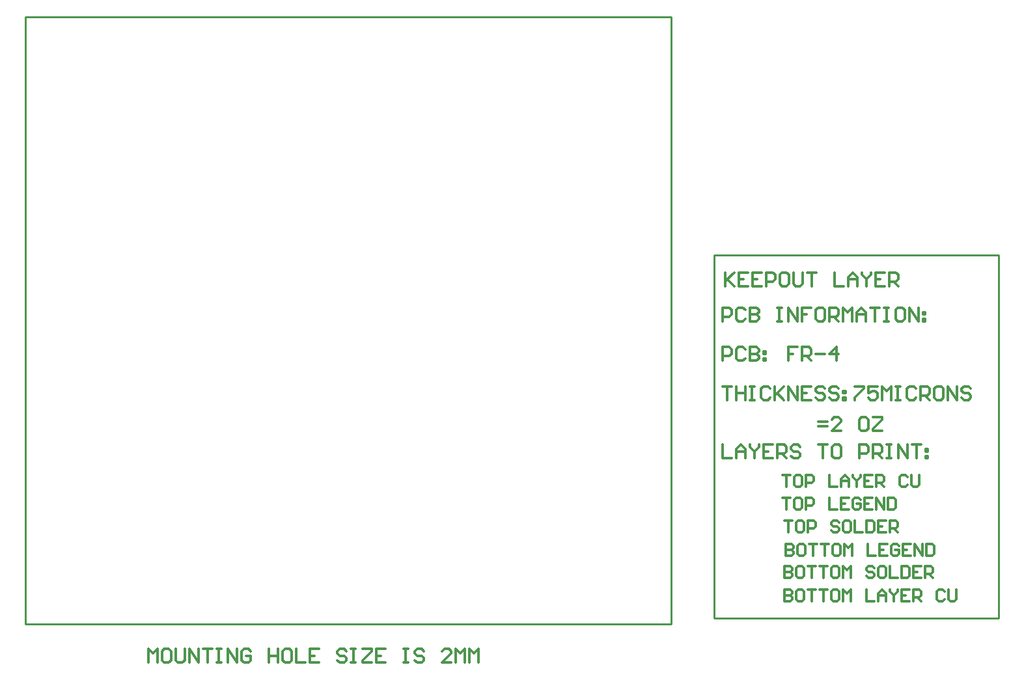
<source format=gko>
%FSLAX25Y25*%
%MOIN*%
G70*
G01*
G75*
G04 Layer_Color=16711935*
%ADD10C,0.04000*%
%ADD11C,0.00800*%
%ADD12C,0.01200*%
%ADD13C,0.09000*%
%ADD14R,0.07500X0.09000*%
%ADD15O,0.06000X0.07500*%
%ADD16O,0.07500X0.09000*%
%ADD17C,0.19685*%
%ADD18C,0.11811*%
%ADD19O,0.12000X0.13000*%
%ADD20C,0.07500*%
%ADD21R,0.07500X0.07500*%
%ADD22R,0.12000X0.13000*%
%ADD23O,0.09000X0.07500*%
%ADD24O,0.09000X0.06000*%
%ADD25R,0.09000X0.07500*%
%ADD26C,0.10000*%
%ADD27C,0.03600*%
%ADD28C,0.03000*%
%ADD29C,0.01600*%
%ADD30R,0.27559X0.35433*%
%ADD31R,0.19685X0.35433*%
%ADD32C,0.01000*%
%ADD33C,0.00400*%
%ADD34C,0.01400*%
%ADD35C,0.02000*%
%ADD36C,0.09800*%
%ADD37R,0.08300X0.09800*%
%ADD38O,0.06800X0.08300*%
%ADD39O,0.08300X0.09800*%
%ADD40C,0.20485*%
%ADD41C,0.12611*%
%ADD42O,0.12800X0.13800*%
%ADD43C,0.08300*%
%ADD44R,0.08300X0.08300*%
%ADD45R,0.12800X0.13800*%
%ADD46O,0.09800X0.08300*%
%ADD47O,0.09800X0.06800*%
%ADD48R,0.09800X0.08300*%
%ADD49C,0.10800*%
%ADD50C,0.00787*%
%ADD51R,0.07874X0.03937*%
D12*
X773622Y450486D02*
X777621D01*
X775621D01*
Y444488D01*
X782619Y450486D02*
X780620D01*
X779620Y449487D01*
Y445488D01*
X780620Y444488D01*
X782619D01*
X783619Y445488D01*
Y449487D01*
X782619Y450486D01*
X785618Y444488D02*
Y450486D01*
X788617D01*
X789617Y449487D01*
Y447487D01*
X788617Y446488D01*
X785618D01*
X797614Y450486D02*
Y444488D01*
X801613D01*
X807611Y450486D02*
X803612D01*
Y444488D01*
X807611D01*
X803612Y447487D02*
X805612D01*
X813609Y449487D02*
X812609Y450486D01*
X810610D01*
X809610Y449487D01*
Y445488D01*
X810610Y444488D01*
X812609D01*
X813609Y445488D01*
Y447487D01*
X811610D01*
X819607Y450486D02*
X815609D01*
Y444488D01*
X819607D01*
X815609Y447487D02*
X817608D01*
X821607Y444488D02*
Y450486D01*
X825605Y444488D01*
Y450486D01*
X827605D02*
Y444488D01*
X830604D01*
X831603Y445488D01*
Y449487D01*
X830604Y450486D01*
X827605D01*
X774409Y415447D02*
Y409449D01*
X777409D01*
X778408Y410449D01*
Y411448D01*
X777409Y412448D01*
X774409D01*
X777409D01*
X778408Y413448D01*
Y414447D01*
X777409Y415447D01*
X774409D01*
X783406D02*
X781407D01*
X780407Y414447D01*
Y410449D01*
X781407Y409449D01*
X783406D01*
X784406Y410449D01*
Y414447D01*
X783406Y415447D01*
X786406D02*
X790404D01*
X788405D01*
Y409449D01*
X792404Y415447D02*
X796402D01*
X794403D01*
Y409449D01*
X801401Y415447D02*
X799401D01*
X798402Y414447D01*
Y410449D01*
X799401Y409449D01*
X801401D01*
X802400Y410449D01*
Y414447D01*
X801401Y415447D01*
X804400Y409449D02*
Y415447D01*
X806399Y413448D01*
X808399Y415447D01*
Y409449D01*
X820395Y414447D02*
X819395Y415447D01*
X817396D01*
X816396Y414447D01*
Y413448D01*
X817396Y412448D01*
X819395D01*
X820395Y411448D01*
Y410449D01*
X819395Y409449D01*
X817396D01*
X816396Y410449D01*
X825393Y415447D02*
X823394D01*
X822394Y414447D01*
Y410449D01*
X823394Y409449D01*
X825393D01*
X826393Y410449D01*
Y414447D01*
X825393Y415447D01*
X828392D02*
Y409449D01*
X832391D01*
X834390Y415447D02*
Y409449D01*
X837389D01*
X838389Y410449D01*
Y414447D01*
X837389Y415447D01*
X834390D01*
X844387D02*
X840388D01*
Y409449D01*
X844387D01*
X840388Y412448D02*
X842387D01*
X846386Y409449D02*
Y415447D01*
X849385D01*
X850385Y414447D01*
Y412448D01*
X849385Y411448D01*
X846386D01*
X848386D02*
X850385Y409449D01*
X774409Y439069D02*
X778408D01*
X776409D01*
Y433071D01*
X783406Y439069D02*
X781407D01*
X780407Y438069D01*
Y434071D01*
X781407Y433071D01*
X783406D01*
X784406Y434071D01*
Y438069D01*
X783406Y439069D01*
X786406Y433071D02*
Y439069D01*
X789405D01*
X790404Y438069D01*
Y436070D01*
X789405Y435070D01*
X786406D01*
X802400Y438069D02*
X801401Y439069D01*
X799401D01*
X798402Y438069D01*
Y437070D01*
X799401Y436070D01*
X801401D01*
X802400Y435070D01*
Y434071D01*
X801401Y433071D01*
X799401D01*
X798402Y434071D01*
X807399Y439069D02*
X805399D01*
X804400Y438069D01*
Y434071D01*
X805399Y433071D01*
X807399D01*
X808399Y434071D01*
Y438069D01*
X807399Y439069D01*
X810398D02*
Y433071D01*
X814396D01*
X816396Y439069D02*
Y433071D01*
X819395D01*
X820395Y434071D01*
Y438069D01*
X819395Y439069D01*
X816396D01*
X826393D02*
X822394D01*
Y433071D01*
X826393D01*
X822394Y436070D02*
X824393D01*
X828392Y433071D02*
Y439069D01*
X831391D01*
X832391Y438069D01*
Y436070D01*
X831391Y435070D01*
X828392D01*
X830391D02*
X832391Y433071D01*
X773622Y462297D02*
X777621D01*
X775621D01*
Y456299D01*
X782619Y462297D02*
X780620D01*
X779620Y461298D01*
Y457299D01*
X780620Y456299D01*
X782619D01*
X783619Y457299D01*
Y461298D01*
X782619Y462297D01*
X785618Y456299D02*
Y462297D01*
X788617D01*
X789617Y461298D01*
Y459298D01*
X788617Y458299D01*
X785618D01*
X797614Y462297D02*
Y456299D01*
X801613D01*
X803612D02*
Y460298D01*
X805612Y462297D01*
X807611Y460298D01*
Y456299D01*
Y459298D01*
X803612D01*
X809610Y462297D02*
Y461298D01*
X811610Y459298D01*
X813609Y461298D01*
Y462297D01*
X811610Y459298D02*
Y456299D01*
X819607Y462297D02*
X815609D01*
Y456299D01*
X819607D01*
X815609Y459298D02*
X817608D01*
X821607Y456299D02*
Y462297D01*
X824606D01*
X825605Y461298D01*
Y459298D01*
X824606Y458299D01*
X821607D01*
X823606D02*
X825605Y456299D01*
X837601Y461298D02*
X836602Y462297D01*
X834602D01*
X833603Y461298D01*
Y457299D01*
X834602Y456299D01*
X836602D01*
X837601Y457299D01*
X839601Y462297D02*
Y457299D01*
X840600Y456299D01*
X842600D01*
X843599Y457299D01*
Y462297D01*
X775197Y426864D02*
Y420866D01*
X778196D01*
X779196Y421866D01*
Y422865D01*
X778196Y423865D01*
X775197D01*
X778196D01*
X779196Y424865D01*
Y425865D01*
X778196Y426864D01*
X775197D01*
X784194D02*
X782195D01*
X781195Y425865D01*
Y421866D01*
X782195Y420866D01*
X784194D01*
X785194Y421866D01*
Y425865D01*
X784194Y426864D01*
X787193D02*
X791192D01*
X789192D01*
Y420866D01*
X793191Y426864D02*
X797190D01*
X795190D01*
Y420866D01*
X802188Y426864D02*
X800189D01*
X799189Y425865D01*
Y421866D01*
X800189Y420866D01*
X802188D01*
X803188Y421866D01*
Y425865D01*
X802188Y426864D01*
X805187Y420866D02*
Y426864D01*
X807187Y424865D01*
X809186Y426864D01*
Y420866D01*
X817183Y426864D02*
Y420866D01*
X821182D01*
X827180Y426864D02*
X823181D01*
Y420866D01*
X827180D01*
X823181Y423865D02*
X825181D01*
X833178Y425865D02*
X832178Y426864D01*
X830179D01*
X829179Y425865D01*
Y421866D01*
X830179Y420866D01*
X832178D01*
X833178Y421866D01*
Y423865D01*
X831179D01*
X839176Y426864D02*
X835177D01*
Y420866D01*
X839176D01*
X835177Y423865D02*
X837177D01*
X841175Y420866D02*
Y426864D01*
X845174Y420866D01*
Y426864D01*
X847174D02*
Y420866D01*
X850173D01*
X851172Y421866D01*
Y425865D01*
X850173Y426864D01*
X847174D01*
X774500Y403711D02*
Y397713D01*
X777499D01*
X778499Y398712D01*
Y399712D01*
X777499Y400712D01*
X774500D01*
X777499D01*
X778499Y401711D01*
Y402711D01*
X777499Y403711D01*
X774500D01*
X783497D02*
X781498D01*
X780498Y402711D01*
Y398712D01*
X781498Y397713D01*
X783497D01*
X784497Y398712D01*
Y402711D01*
X783497Y403711D01*
X786496D02*
X790495D01*
X788495D01*
Y397713D01*
X792494Y403711D02*
X796493D01*
X794493D01*
Y397713D01*
X801491Y403711D02*
X799492D01*
X798492Y402711D01*
Y398712D01*
X799492Y397713D01*
X801491D01*
X802491Y398712D01*
Y402711D01*
X801491Y403711D01*
X804490Y397713D02*
Y403711D01*
X806490Y401711D01*
X808489Y403711D01*
Y397713D01*
X816486Y403711D02*
Y397713D01*
X820485D01*
X822484D02*
Y401711D01*
X824484Y403711D01*
X826483Y401711D01*
Y397713D01*
Y400712D01*
X822484D01*
X828483Y403711D02*
Y402711D01*
X830482Y400712D01*
X832481Y402711D01*
Y403711D01*
X830482Y400712D02*
Y397713D01*
X838479Y403711D02*
X834481D01*
Y397713D01*
X838479D01*
X834481Y400712D02*
X836480D01*
X840479Y397713D02*
Y403711D01*
X843478D01*
X844477Y402711D01*
Y400712D01*
X843478Y399712D01*
X840479D01*
X842478D02*
X844477Y397713D01*
X856474Y402711D02*
X855474Y403711D01*
X853475D01*
X852475Y402711D01*
Y398712D01*
X853475Y397713D01*
X855474D01*
X856474Y398712D01*
X858473Y403711D02*
Y398712D01*
X859472Y397713D01*
X861472D01*
X862472Y398712D01*
Y403711D01*
X742913Y477864D02*
Y470866D01*
X747578D01*
X749911D02*
Y475531D01*
X752244Y477864D01*
X754576Y475531D01*
Y470866D01*
Y474365D01*
X749911D01*
X756909Y477864D02*
Y476698D01*
X759241Y474365D01*
X761574Y476698D01*
Y477864D01*
X759241Y474365D02*
Y470866D01*
X768572Y477864D02*
X763907D01*
Y470866D01*
X768572D01*
X763907Y474365D02*
X766239D01*
X770904Y470866D02*
Y477864D01*
X774403D01*
X775569Y476698D01*
Y474365D01*
X774403Y473199D01*
X770904D01*
X773237D02*
X775569Y470866D01*
X782567Y476698D02*
X781401Y477864D01*
X779068D01*
X777902Y476698D01*
Y475531D01*
X779068Y474365D01*
X781401D01*
X782567Y473199D01*
Y472032D01*
X781401Y470866D01*
X779068D01*
X777902Y472032D01*
X791898Y477864D02*
X796563D01*
X794230D01*
Y470866D01*
X802394Y477864D02*
X800062D01*
X798895Y476698D01*
Y472032D01*
X800062Y470866D01*
X802394D01*
X803561Y472032D01*
Y476698D01*
X802394Y477864D01*
X812891Y470866D02*
Y477864D01*
X816390D01*
X817556Y476698D01*
Y474365D01*
X816390Y473199D01*
X812891D01*
X819888Y470866D02*
Y477864D01*
X823387D01*
X824554Y476698D01*
Y474365D01*
X823387Y473199D01*
X819888D01*
X822221D02*
X824554Y470866D01*
X826886Y477864D02*
X829219D01*
X828053D01*
Y470866D01*
X826886D01*
X829219D01*
X832718D02*
Y477864D01*
X837383Y470866D01*
Y477864D01*
X839715D02*
X844381D01*
X842048D01*
Y470866D01*
X846713Y475531D02*
X847880D01*
Y474365D01*
X846713D01*
Y475531D01*
Y472032D02*
X847880D01*
Y470866D01*
X846713D01*
Y472032D01*
X742824Y520773D02*
Y527770D01*
X746323D01*
X747490Y526604D01*
Y524271D01*
X746323Y523105D01*
X742824D01*
X754487Y526604D02*
X753321Y527770D01*
X750988D01*
X749822Y526604D01*
Y521939D01*
X750988Y520773D01*
X753321D01*
X754487Y521939D01*
X756820Y527770D02*
Y520773D01*
X760319D01*
X761485Y521939D01*
Y523105D01*
X760319Y524271D01*
X756820D01*
X760319D01*
X761485Y525438D01*
Y526604D01*
X760319Y527770D01*
X756820D01*
X763818Y525438D02*
X764984D01*
Y524271D01*
X763818D01*
Y525438D01*
Y521939D02*
X764984D01*
Y520773D01*
X763818D01*
Y521939D01*
X781312Y527770D02*
X776647D01*
Y524271D01*
X778979D01*
X776647D01*
Y520773D01*
X783645D02*
Y527770D01*
X787143D01*
X788310Y526604D01*
Y524271D01*
X787143Y523105D01*
X783645D01*
X785977D02*
X788310Y520773D01*
X790642Y524271D02*
X795307D01*
X801139Y520773D02*
Y527770D01*
X797640Y524271D01*
X802305D01*
X742824Y507583D02*
X747490D01*
X745157D01*
Y500585D01*
X749822Y507583D02*
Y500585D01*
Y504084D01*
X754487D01*
Y507583D01*
Y500585D01*
X756820Y507583D02*
X759153D01*
X757986D01*
Y500585D01*
X756820D01*
X759153D01*
X767316Y506417D02*
X766150Y507583D01*
X763818D01*
X762651Y506417D01*
Y501751D01*
X763818Y500585D01*
X766150D01*
X767316Y501751D01*
X769649Y507583D02*
Y500585D01*
Y502918D01*
X774314Y507583D01*
X770815Y504084D01*
X774314Y500585D01*
X776647D02*
Y507583D01*
X781312Y500585D01*
Y507583D01*
X788310D02*
X783645D01*
Y500585D01*
X788310D01*
X783645Y504084D02*
X785977D01*
X795307Y506417D02*
X794141Y507583D01*
X791809D01*
X790642Y506417D01*
Y505250D01*
X791809Y504084D01*
X794141D01*
X795307Y502918D01*
Y501751D01*
X794141Y500585D01*
X791809D01*
X790642Y501751D01*
X802305Y506417D02*
X801139Y507583D01*
X798806D01*
X797640Y506417D01*
Y505250D01*
X798806Y504084D01*
X801139D01*
X802305Y502918D01*
Y501751D01*
X801139Y500585D01*
X798806D01*
X797640Y501751D01*
X804638Y505250D02*
X805804D01*
Y504084D01*
X804638D01*
Y505250D01*
Y501751D02*
X805804D01*
Y500585D01*
X804638D01*
Y501751D01*
X810469Y507583D02*
X815134D01*
Y506417D01*
X810469Y501751D01*
Y500585D01*
X822132Y507583D02*
X817467D01*
Y504084D01*
X819800Y505250D01*
X820966D01*
X822132Y504084D01*
Y501751D01*
X820966Y500585D01*
X818633D01*
X817467Y501751D01*
X824465Y500585D02*
Y507583D01*
X826797Y505250D01*
X829130Y507583D01*
Y500585D01*
X831462Y507583D02*
X833795D01*
X832629D01*
Y500585D01*
X831462D01*
X833795D01*
X841959Y506417D02*
X840793Y507583D01*
X838460D01*
X837294Y506417D01*
Y501751D01*
X838460Y500585D01*
X840793D01*
X841959Y501751D01*
X844292Y500585D02*
Y507583D01*
X847791D01*
X848957Y506417D01*
Y504084D01*
X847791Y502918D01*
X844292D01*
X846624D02*
X848957Y500585D01*
X854788Y507583D02*
X852456D01*
X851289Y506417D01*
Y501751D01*
X852456Y500585D01*
X854788D01*
X855954Y501751D01*
Y506417D01*
X854788Y507583D01*
X858287Y500585D02*
Y507583D01*
X862952Y500585D01*
Y507583D01*
X869950Y506417D02*
X868784Y507583D01*
X866451D01*
X865285Y506417D01*
Y505250D01*
X866451Y504084D01*
X868784D01*
X869950Y502918D01*
Y501751D01*
X868784Y500585D01*
X866451D01*
X865285Y501751D01*
X742824Y540960D02*
Y547958D01*
X746323D01*
X747490Y546792D01*
Y544459D01*
X746323Y543293D01*
X742824D01*
X754487Y546792D02*
X753321Y547958D01*
X750988D01*
X749822Y546792D01*
Y542126D01*
X750988Y540960D01*
X753321D01*
X754487Y542126D01*
X756820Y547958D02*
Y540960D01*
X760319D01*
X761485Y542126D01*
Y543293D01*
X760319Y544459D01*
X756820D01*
X760319D01*
X761485Y545625D01*
Y546792D01*
X760319Y547958D01*
X756820D01*
X770815D02*
X773148D01*
X771982D01*
Y540960D01*
X770815D01*
X773148D01*
X776647D02*
Y547958D01*
X781312Y540960D01*
Y547958D01*
X788310D02*
X783645D01*
Y544459D01*
X785977D01*
X783645D01*
Y540960D01*
X794141Y547958D02*
X791809D01*
X790642Y546792D01*
Y542126D01*
X791809Y540960D01*
X794141D01*
X795307Y542126D01*
Y546792D01*
X794141Y547958D01*
X797640Y540960D02*
Y547958D01*
X801139D01*
X802305Y546792D01*
Y544459D01*
X801139Y543293D01*
X797640D01*
X799973D02*
X802305Y540960D01*
X804638D02*
Y547958D01*
X806970Y545625D01*
X809303Y547958D01*
Y540960D01*
X811635D02*
Y545625D01*
X813968Y547958D01*
X816301Y545625D01*
Y540960D01*
Y544459D01*
X811635D01*
X818633Y547958D02*
X823298D01*
X820966D01*
Y540960D01*
X825631Y547958D02*
X827964D01*
X826797D01*
Y540960D01*
X825631D01*
X827964D01*
X834961Y547958D02*
X832629D01*
X831462Y546792D01*
Y542126D01*
X832629Y540960D01*
X834961D01*
X836128Y542126D01*
Y546792D01*
X834961Y547958D01*
X838460Y540960D02*
Y547958D01*
X843125Y540960D01*
Y547958D01*
X845458Y545625D02*
X846624D01*
Y544459D01*
X845458D01*
Y545625D01*
Y542126D02*
X846624D01*
Y540960D01*
X845458D01*
Y542126D01*
X744095Y566053D02*
Y559055D01*
Y561388D01*
X748760Y566053D01*
X745261Y562554D01*
X748760Y559055D01*
X755757Y566053D02*
X751092D01*
Y559055D01*
X755757D01*
X751092Y562554D02*
X753425D01*
X762755Y566053D02*
X758090D01*
Y559055D01*
X762755D01*
X758090Y562554D02*
X760423D01*
X765088Y559055D02*
Y566053D01*
X768587D01*
X769753Y564887D01*
Y562554D01*
X768587Y561388D01*
X765088D01*
X775584Y566053D02*
X773252D01*
X772086Y564887D01*
Y560221D01*
X773252Y559055D01*
X775584D01*
X776751Y560221D01*
Y564887D01*
X775584Y566053D01*
X779083D02*
Y560221D01*
X780250Y559055D01*
X782582D01*
X783748Y560221D01*
Y566053D01*
X786081D02*
X790746D01*
X788413D01*
Y559055D01*
X800076Y566053D02*
Y559055D01*
X804742D01*
X807074D02*
Y563720D01*
X809407Y566053D01*
X811739Y563720D01*
Y559055D01*
Y562554D01*
X807074D01*
X814072Y566053D02*
Y564887D01*
X816405Y562554D01*
X818737Y564887D01*
Y566053D01*
X816405Y562554D02*
Y559055D01*
X825735Y566053D02*
X821070D01*
Y559055D01*
X825735D01*
X821070Y562554D02*
X823402D01*
X828067Y559055D02*
Y566053D01*
X831566D01*
X832732Y564887D01*
Y562554D01*
X831566Y561388D01*
X828067D01*
X830400D02*
X832732Y559055D01*
X791809Y487170D02*
X796474D01*
X791809Y489502D02*
X796474D01*
X803471Y484837D02*
X798806D01*
X803471Y489502D01*
Y490669D01*
X802305Y491835D01*
X799973D01*
X798806Y490669D01*
X816301Y491835D02*
X813968D01*
X812802Y490669D01*
Y486003D01*
X813968Y484837D01*
X816301D01*
X817467Y486003D01*
Y490669D01*
X816301Y491835D01*
X819800D02*
X824465D01*
Y490669D01*
X819800Y486003D01*
Y484837D01*
X824465D01*
X448819Y366142D02*
Y373140D01*
X451152Y370807D01*
X453484Y373140D01*
Y366142D01*
X459315Y373140D02*
X456983D01*
X455817Y371973D01*
Y367308D01*
X456983Y366142D01*
X459315D01*
X460482Y367308D01*
Y371973D01*
X459315Y373140D01*
X462814D02*
Y367308D01*
X463981Y366142D01*
X466313D01*
X467480Y367308D01*
Y373140D01*
X469812Y366142D02*
Y373140D01*
X474477Y366142D01*
Y373140D01*
X476810D02*
X481475D01*
X479142D01*
Y366142D01*
X483808Y373140D02*
X486140D01*
X484974D01*
Y366142D01*
X483808D01*
X486140D01*
X489639D02*
Y373140D01*
X494304Y366142D01*
Y373140D01*
X501302Y371973D02*
X500136Y373140D01*
X497803D01*
X496637Y371973D01*
Y367308D01*
X497803Y366142D01*
X500136D01*
X501302Y367308D01*
Y369641D01*
X498969D01*
X510632Y373140D02*
Y366142D01*
Y369641D01*
X515297D01*
Y373140D01*
Y366142D01*
X521129Y373140D02*
X518796D01*
X517630Y371973D01*
Y367308D01*
X518796Y366142D01*
X521129D01*
X522295Y367308D01*
Y371973D01*
X521129Y373140D01*
X524628D02*
Y366142D01*
X529293D01*
X536291Y373140D02*
X531626D01*
Y366142D01*
X536291D01*
X531626Y369641D02*
X533958D01*
X550286Y371973D02*
X549120Y373140D01*
X546787D01*
X545621Y371973D01*
Y370807D01*
X546787Y369641D01*
X549120D01*
X550286Y368474D01*
Y367308D01*
X549120Y366142D01*
X546787D01*
X545621Y367308D01*
X552619Y373140D02*
X554951D01*
X553785D01*
Y366142D01*
X552619D01*
X554951D01*
X558450Y373140D02*
X563115D01*
Y371973D01*
X558450Y367308D01*
Y366142D01*
X563115D01*
X570113Y373140D02*
X565448D01*
Y366142D01*
X570113D01*
X565448Y369641D02*
X567780D01*
X579443Y373140D02*
X581776D01*
X580610D01*
Y366142D01*
X579443D01*
X581776D01*
X589940Y371973D02*
X588774Y373140D01*
X586441D01*
X585275Y371973D01*
Y370807D01*
X586441Y369641D01*
X588774D01*
X589940Y368474D01*
Y367308D01*
X588774Y366142D01*
X586441D01*
X585275Y367308D01*
X603935Y366142D02*
X599270D01*
X603935Y370807D01*
Y371973D01*
X602769Y373140D01*
X600437D01*
X599270Y371973D01*
X606268Y366142D02*
Y373140D01*
X608601Y370807D01*
X610933Y373140D01*
Y366142D01*
X613266D02*
Y373140D01*
X615598Y370807D01*
X617931Y373140D01*
Y366142D01*
D32*
X393701Y385827D02*
X716535D01*
Y696850D01*
X385827D02*
X716535D01*
X385827Y385827D02*
Y696850D01*
Y385827D02*
X393701D01*
X738437Y574803D02*
X884106D01*
Y388913D02*
Y574803D01*
X738437Y388913D02*
X884106D01*
X738437D02*
Y574803D01*
M02*

</source>
